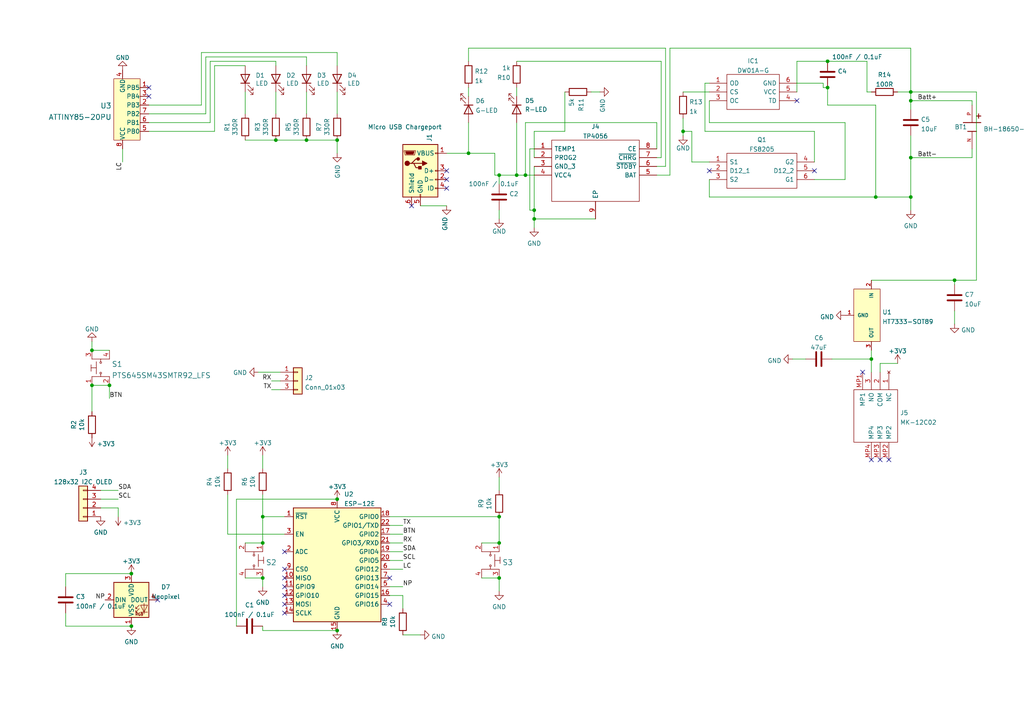
<source format=kicad_sch>
(kicad_sch (version 20211123) (generator eeschema)
  (paper "A4")
  (title_block (title "TopiBadge") (date "2022-02-12") (rev "v3.0") (comment 1 "Run of an cr2032") (comment 2 "creativecommons.org/licenses/by/4.0") (comment 3 "License: CC BY 4.0") (comment 4 "Author: Robert Postma"))
  (lib_symbols
    (symbol "BH-18650-PC:BH-18650-PC" (pin_names (offset 1.016) hide)
      (property "Reference" "BT" (at -3.81 3.81 0))
      (property "Value" "BH-18650-PC" (at -3.81 -5.08 0))
      (symbol "BH-18650-PC_0_0"
        (polyline (pts (xy -5.08 1.905) (xy -3.81 1.905)) (stroke (width 0.254)))
        (polyline (pts (xy -4.445 2.54) (xy -4.445 1.27)) (stroke (width 0.254)))
        (polyline (pts (xy -2.54 2.54) (xy -2.54 -2.54)) (stroke (width 0.254)))
        (polyline (pts (xy 0 1.27) (xy 0 -1.27)) (stroke (width 0.254)))
        (pin passive line (at 5.08 0 180) (length 5.08) (name "~") (number "N"))
        (pin passive line (at -7.62 0 0) (length 5.08) (name "~") (number "P"))
      )
    )
    (symbol "Connector:USB_B_Micro" (pin_names (offset 1.016))
      (property "Reference" "J" (at -5.08 11.43 0))
      (property "Value" "USB_B_Micro" (at -5.08 8.89 0))
      (symbol "USB_B_Micro_0_1"
        (rectangle (start -5.08 -7.62) (end 5.08 7.62) (stroke (width 0.254)) (fill (type background)))
        (circle (center -3.81 2.159) (radius 0.635) (stroke (width 0.254)) (fill (type outline)))
        (circle (center -0.635 3.429) (radius 0.381) (stroke (width 0.254)) (fill (type outline)))
        (rectangle (start -0.127 -7.62) (end 0.127 -6.858))
        (polyline (pts (xy -1.905 2.159) (xy 0.635 2.159)) (stroke (width 0.254)))
        (polyline (pts (xy -3.175 2.159) (xy -2.54 2.159) (xy -1.27 3.429) (xy -0.635 3.429)) (stroke (width 0.254)))
        (polyline (pts (xy -2.54 2.159) (xy -1.905 2.159) (xy -1.27 0.889) (xy 0 0.889)) (stroke (width 0.254)))
        (polyline (pts (xy 0.635 2.794) (xy 0.635 1.524) (xy 1.905 2.159) (xy 0.635 2.794)) (stroke (width 0.254)) (fill (type outline)))
        (polyline (pts (xy -4.318 5.588) (xy -1.778 5.588) (xy -2.032 4.826) (xy -4.064 4.826) (xy -4.318 5.588)) (fill (type outline)))
        (polyline (pts (xy -4.699 5.842) (xy -4.699 5.588) (xy -4.445 4.826) (xy -4.445 4.572) (xy -1.651 4.572) (xy -1.651 4.826) (xy -1.397 5.588) (xy -1.397 5.842) (xy -4.699 5.842)))
        (rectangle (start 0.254 1.27) (end -0.508 0.508) (stroke (width 0.254)) (fill (type outline)))
        (rectangle (start 5.08 -5.207) (end 4.318 -4.953))
        (rectangle (start 5.08 -2.667) (end 4.318 -2.413))
        (rectangle (start 5.08 -0.127) (end 4.318 0.127))
        (rectangle (start 5.08 4.953) (end 4.318 5.207))
      )
      (symbol "USB_B_Micro_1_1"
        (pin power_out line (at 7.62 5.08 180) (length 2.54) (name "VBUS") (number "1"))
        (pin bidirectional line (at 7.62 -2.54 180) (length 2.54) (name "D-") (number "2"))
        (pin bidirectional line (at 7.62 0 180) (length 2.54) (name "D+") (number "3"))
        (pin passive line (at 7.62 -5.08 180) (length 2.54) (name "ID") (number "4"))
        (pin power_out line (at 0 -10.16 90) (length 2.54) (name "GND") (number "5"))
        (pin passive line (at -2.54 -10.16 90) (length 2.54) (name "Shield") (number "6"))
      )
    )
    (symbol "Connector_Generic:Conn_01x03" (pin_names (offset 1.016) hide)
      (property "Reference" "J" (at 0 5.08 0))
      (property "Value" "Conn_01x03" (at 0 -5.08 0))
      (symbol "Conn_01x03_1_1"
        (rectangle (start -1.27 -2.413) (end 0 -2.667) (stroke (width 0.1524)))
        (rectangle (start -1.27 0.127) (end 0 -0.127) (stroke (width 0.1524)))
        (rectangle (start -1.27 2.667) (end 0 2.413) (stroke (width 0.1524)))
        (rectangle (start -1.27 3.81) (end 1.27 -3.81) (stroke (width 0.254)) (fill (type background)))
        (pin passive line (at -5.08 2.54 0) (length 3.81) (name "Pin_1") (number "1"))
        (pin passive line (at -5.08 0 0) (length 3.81) (name "Pin_2") (number "2"))
        (pin passive line (at -5.08 -2.54 0) (length 3.81) (name "Pin_3") (number "3"))
      )
    )
    (symbol "Connector_Generic:Conn_01x04" (pin_names (offset 1.016) hide)
      (property "Reference" "J" (at 0 5.08 0))
      (property "Value" "Conn_01x04" (at 0 -7.62 0))
      (symbol "Conn_01x04_1_1"
        (rectangle (start -1.27 -4.953) (end 0 -5.207) (stroke (width 0.1524)))
        (rectangle (start -1.27 -2.413) (end 0 -2.667) (stroke (width 0.1524)))
        (rectangle (start -1.27 0.127) (end 0 -0.127) (stroke (width 0.1524)))
        (rectangle (start -1.27 2.667) (end 0 2.413) (stroke (width 0.1524)))
        (rectangle (start -1.27 3.81) (end 1.27 -6.35) (stroke (width 0.254)) (fill (type background)))
        (pin passive line (at -5.08 2.54 0) (length 3.81) (name "Pin_1") (number "1"))
        (pin passive line (at -5.08 0 0) (length 3.81) (name "Pin_2") (number "2"))
        (pin passive line (at -5.08 -2.54 0) (length 3.81) (name "Pin_3") (number "3"))
        (pin passive line (at -5.08 -5.08 0) (length 3.81) (name "Pin_4") (number "4"))
      )
    )
    (symbol "DW01A-G:DW01A-G" (pin_names (offset 0.762))
      (property "Reference" "IC" (at 21.59 7.62 0))
      (property "Value" "DW01A-G" (at 21.59 5.08 0))
      (symbol "DW01A-G_0_0"
        (pin passive line (at 0 0 0) (length 5.08) (name "OD") (number "1"))
        (pin passive line (at 0 -2.54 0) (length 5.08) (name "CS") (number "2"))
        (pin passive line (at 0 -5.08 0) (length 5.08) (name "OC") (number "3"))
        (pin passive line (at 25.4 -5.08 180) (length 5.08) (name "TD") (number "4"))
        (pin passive line (at 25.4 -2.54 180) (length 5.08) (name "VCC") (number "5"))
        (pin passive line (at 25.4 0 180) (length 5.08) (name "GND") (number "6"))
      )
      (symbol "DW01A-G_0_1"
        (polyline (pts (xy 5.08 2.54) (xy 20.32 2.54) (xy 20.32 -7.62) (xy 5.08 -7.62) (xy 5.08 2.54)) (stroke (width 0.1524)))
      )
    )
    (symbol "Device:C" (pin_numbers hide) (pin_names (offset 0.254))
      (property "Reference" "C" (at 0.635 2.54 0))
      (property "Value" "C" (at 0.635 -2.54 0))
      (symbol "C_0_1"
        (polyline (pts (xy -2.032 -0.762) (xy 2.032 -0.762)) (stroke (width 0.508)))
        (polyline (pts (xy -2.032 0.762) (xy 2.032 0.762)) (stroke (width 0.508)))
      )
      (symbol "C_1_1"
        (pin passive line (at 0 3.81 270) (length 2.794) (name "~") (number "1"))
        (pin passive line (at 0 -3.81 90) (length 2.794) (name "~") (number "2"))
      )
    )
    (symbol "Device:LED" (pin_numbers hide) (pin_names (offset 1.016) hide)
      (property "Reference" "D" (at 0 2.54 0))
      (property "Value" "LED" (at 0 -2.54 0))
      (symbol "LED_0_1"
        (polyline (pts (xy -1.27 -1.27) (xy -1.27 1.27)) (stroke (width 0.254)))
        (polyline (pts (xy -1.27 0) (xy 1.27 0)))
        (polyline (pts (xy 1.27 -1.27) (xy 1.27 1.27) (xy -1.27 0) (xy 1.27 -1.27)) (stroke (width 0.254)))
        (polyline (pts (xy -3.048 -0.762) (xy -4.572 -2.286) (xy -3.81 -2.286) (xy -4.572 -2.286) (xy -4.572 -1.524)))
        (polyline (pts (xy -1.778 -0.762) (xy -3.302 -2.286) (xy -2.54 -2.286) (xy -3.302 -2.286) (xy -3.302 -1.524)))
      )
      (symbol "LED_1_1"
        (pin passive line (at -3.81 0 0) (length 2.54) (name "K") (number "1"))
        (pin passive line (at 3.81 0 180) (length 2.54) (name "A") (number "2"))
      )
    )
    (symbol "Device:R" (pin_numbers hide) (pin_names (offset 0))
      (property "Reference" "R" (at 2.032 0 90))
      (property "Value" "R" (at 0 0 90))
      (symbol "R_0_1"
        (rectangle (start -1.016 -2.54) (end 1.016 2.54) (stroke (width 0.254)))
      )
      (symbol "R_1_1"
        (pin passive line (at 0 3.81 270) (length 1.27) (name "~") (number "1"))
        (pin passive line (at 0 -3.81 90) (length 1.27) (name "~") (number "2"))
      )
    )
    (symbol "FS8205:FS8205" (pin_names (offset 0.762))
      (property "Reference" "Q" (at 26.67 7.62 0))
      (property "Value" "FS8205" (at 26.67 5.08 0))
      (symbol "FS8205_0_0"
        (pin passive line (at 0 0 0) (length 5.08) (name "S1") (number "1"))
        (pin passive line (at 0 -2.54 0) (length 5.08) (name "D12_1") (number "2"))
        (pin passive line (at 0 -5.08 0) (length 5.08) (name "S2") (number "3"))
        (pin passive line (at 30.48 0 180) (length 5.08) (name "G2") (number "4"))
        (pin passive line (at 30.48 -2.54 180) (length 5.08) (name "D12_2") (number "5"))
        (pin passive line (at 30.48 -5.08 180) (length 5.08) (name "G1") (number "6"))
      )
      (symbol "FS8205_0_1"
        (polyline (pts (xy 5.08 2.54) (xy 25.4 2.54) (xy 25.4 -7.62) (xy 5.08 -7.62) (xy 5.08 2.54)) (stroke (width 0.1524)))
      )
    )
    (symbol "LED:SK6812" (pin_names (offset 0.254))
      (property "Reference" "D" (at 5.08 5.715 0))
      (property "Value" "SK6812" (at 1.27 -5.715 0))
      (symbol "SK6812_0_0"
        (text "RGB" (at 2.286 -4.191 0) (effects (font (size 0.762 0.762))))
      )
      (symbol "SK6812_0_1"
        (polyline (pts (xy 1.27 -3.556) (xy 1.778 -3.556)))
        (polyline (pts (xy 1.27 -2.54) (xy 1.778 -2.54)))
        (polyline (pts (xy 4.699 -3.556) (xy 2.667 -3.556)))
        (polyline (pts (xy 2.286 -2.54) (xy 1.27 -3.556) (xy 1.27 -3.048)))
        (polyline (pts (xy 2.286 -1.524) (xy 1.27 -2.54) (xy 1.27 -2.032)))
        (polyline (pts (xy 3.683 -1.016) (xy 3.683 -3.556) (xy 3.683 -4.064)))
        (polyline (pts (xy 4.699 -1.524) (xy 2.667 -1.524) (xy 3.683 -3.556) (xy 4.699 -1.524)))
        (rectangle (start 5.08 5.08) (end -5.08 -5.08) (stroke (width 0.254)) (fill (type background)))
      )
      (symbol "SK6812_1_1"
        (pin power_in line (at 0 -7.62 90) (length 2.54) (name "VSS") (number "1"))
        (pin input line (at -7.62 0 0) (length 2.54) (name "DIN") (number "2"))
        (pin power_in line (at 0 7.62 270) (length 2.54) (name "VDD") (number "3"))
        (pin output line (at 7.62 0 180) (length 2.54) (name "DOUT") (number "4"))
      )
    )
    (symbol "MK-12C02:MK-12C02" (pin_names (offset 0.762))
      (property "Reference" "J" (at 21.59 7.62 0))
      (property "Value" "MK-12C02" (at 21.59 5.08 0))
      (symbol "MK-12C02_0_0"
        (pin no_connect line (at 0 0 0) (length 5.08) (name "NC") (number "1"))
        (pin passive line (at 0 -2.54 0) (length 5.08) (name "COM") (number "2"))
        (pin passive line (at 0 -5.08 0) (length 5.08) (name "NO") (number "3"))
        (pin passive line (at 0 -7.62 0) (length 5.08) (name "MP1") (number "MP1"))
        (pin passive line (at 25.4 0 180) (length 5.08) (name "MP2") (number "MP2"))
        (pin passive line (at 25.4 -2.54 180) (length 5.08) (name "MP3") (number "MP3"))
        (pin passive line (at 25.4 -5.08 180) (length 5.08) (name "MP4") (number "MP4"))
      )
      (symbol "MK-12C02_0_1"
        (polyline (pts (xy 5.08 2.54) (xy 20.32 2.54) (xy 20.32 -10.16) (xy 5.08 -10.16) (xy 5.08 2.54)) (stroke (width 0.1524)))
      )
    )
    (symbol "RF_Module:ESP-12E"
      (property "Reference" "U" (at -12.7 19.05 0))
      (property "Value" "ESP-12E" (at 12.7 19.05 0))
      (symbol "ESP-12E_0_1"
        (rectangle (start -12.7 17.78) (end 12.7 -15.24) (stroke (width 0.254)) (fill (type background)))
      )
      (symbol "ESP-12E_1_1"
        (pin input line (at -15.24 15.24 0) (length 2.54) (name "~{RST}") (number "1"))
        (pin bidirectional line (at -15.24 -2.54 0) (length 2.54) (name "MISO") (number "10"))
        (pin bidirectional line (at -15.24 -5.08 0) (length 2.54) (name "GPIO9") (number "11"))
        (pin bidirectional line (at -15.24 -7.62 0) (length 2.54) (name "GPIO10") (number "12"))
        (pin bidirectional line (at -15.24 -10.16 0) (length 2.54) (name "MOSI") (number "13"))
        (pin bidirectional line (at -15.24 -12.7 0) (length 2.54) (name "SCLK") (number "14"))
        (pin power_in line (at 0 -17.78 90) (length 2.54) (name "GND") (number "15"))
        (pin bidirectional line (at 15.24 -7.62 180) (length 2.54) (name "GPIO15") (number "16"))
        (pin bidirectional line (at 15.24 10.16 180) (length 2.54) (name "GPIO2") (number "17"))
        (pin bidirectional line (at 15.24 15.24 180) (length 2.54) (name "GPIO0") (number "18"))
        (pin bidirectional line (at 15.24 5.08 180) (length 2.54) (name "GPIO4") (number "19"))
        (pin input line (at -15.24 5.08 0) (length 2.54) (name "ADC") (number "2"))
        (pin bidirectional line (at 15.24 2.54 180) (length 2.54) (name "GPIO5") (number "20"))
        (pin bidirectional line (at 15.24 7.62 180) (length 2.54) (name "GPIO3/RXD") (number "21"))
        (pin bidirectional line (at 15.24 12.7 180) (length 2.54) (name "GPIO1/TXD") (number "22"))
        (pin input line (at -15.24 10.16 0) (length 2.54) (name "EN") (number "3"))
        (pin bidirectional line (at 15.24 -10.16 180) (length 2.54) (name "GPIO16") (number "4"))
        (pin bidirectional line (at 15.24 -5.08 180) (length 2.54) (name "GPIO14") (number "5"))
        (pin bidirectional line (at 15.24 0 180) (length 2.54) (name "GPIO12") (number "6"))
        (pin bidirectional line (at 15.24 -2.54 180) (length 2.54) (name "GPIO13") (number "7"))
        (pin power_in line (at 0 20.32 270) (length 2.54) (name "VCC") (number "8"))
        (pin input line (at -15.24 0 0) (length 2.54) (name "CS0") (number "9"))
      )
    )
    (symbol "TP4056:TP4056" (pin_names (offset 0.762))
      (property "Reference" "J" (at 31.75 7.62 0))
      (property "Value" "TP4056" (at 31.75 5.08 0))
      (symbol "TP4056_0_0"
        (pin passive line (at 0 0 0) (length 5.08) (name "TEMP1") (number "1"))
        (pin passive line (at 0 -2.54 0) (length 5.08) (name "PROG2") (number "2"))
        (pin passive line (at 0 -5.08 0) (length 5.08) (name "GND_3") (number "3"))
        (pin passive line (at 0 -7.62 0) (length 5.08) (name "VCC4") (number "4"))
        (pin passive line (at 35.56 -7.62 180) (length 5.08) (name "BAT") (number "5"))
        (pin passive line (at 35.56 -5.08 180) (length 5.08) (name "~{STDBY}") (number "6"))
        (pin passive line (at 35.56 -2.54 180) (length 5.08) (name "~{CHRG}") (number "7"))
        (pin passive line (at 35.56 0 180) (length 5.08) (name "CE") (number "8"))
        (pin passive line (at 17.78 -20.32 90) (length 5.08) (name "EP") (number "9"))
      )
      (symbol "TP4056_0_1"
        (polyline (pts (xy 5.08 2.54) (xy 30.48 2.54) (xy 30.48 -15.24) (xy 5.08 -15.24) (xy 5.08 2.54)) (stroke (width 0.1524)))
      )
    )
    (symbol "dk_Embedded-Microcontrollers:ATTINY85-20PU" (pin_names (offset 0.0254))
      (property "Reference" "U" (at -2.8448 8.636 0))
      (property "Value" "ATTINY85-20PU" (at 3.048 -11.43 0))
      (symbol "ATTINY85-20PU_0_1"
        (rectangle (start -2.54 7.62) (end 5.08 -10.16) (fill (type background)))
      )
      (symbol "ATTINY85-20PU_1_1"
        (pin bidirectional line (at -5.08 -7.62 0) (length 2.54) (name "PB5") (number "1"))
        (pin bidirectional line (at -5.08 -2.54 0) (length 2.54) (name "PB3") (number "2"))
        (pin bidirectional line (at -5.08 -5.08 0) (length 2.54) (name "PB4") (number "3"))
        (pin power_in line (at 2.54 -12.7 90) (length 2.54) (name "GND") (number "4"))
        (pin bidirectional line (at -5.08 5.08 0) (length 2.54) (name "PB0") (number "5"))
        (pin bidirectional line (at -5.08 2.54 0) (length 2.54) (name "PB1") (number "6"))
        (pin bidirectional line (at -5.08 0 0) (length 2.54) (name "PB2") (number "7"))
        (pin power_in line (at 2.54 10.16 270) (length 2.54) (name "VCC") (number "8"))
      )
    )
    (symbol "dk_Tactile-Switches:PTS645SM43SMTR92_LFS" (pin_names (offset 1.016))
      (property "Reference" "S" (at 0 5.08 0))
      (property "Value" "PTS645SM43SMTR92_LFS" (at 0 -5.334 0))
      (symbol "PTS645SM43SMTR92_LFS_0_1"
        (circle (center -1.524 0) (radius 0.254))
        (polyline (pts (xy -2.54 2.54) (xy -2.54 -2.54)))
        (polyline (pts (xy -1.778 0) (xy -2.54 0)))
        (polyline (pts (xy -1.778 1.27) (xy 1.778 1.27)))
        (polyline (pts (xy 2.54 -2.54) (xy 2.54 2.54)))
        (polyline (pts (xy 2.54 0) (xy 1.778 0)))
        (circle (center 1.524 0) (radius 0.254))
      )
      (symbol "PTS645SM43SMTR92_LFS_1_1"
        (polyline (pts (xy -1.016 2.794) (xy 0.889 2.794)))
        (polyline (pts (xy 0 2.794) (xy 0 1.27)))
        (pin passive line (at -5.08 2.54 0) (length 2.54) (name "~") (number "1"))
        (pin passive line (at -5.08 -2.54 0) (length 2.54) (name "~") (number "2"))
        (pin passive line (at 5.08 2.54 180) (length 2.54) (name "~") (number "3"))
        (pin passive line (at 5.08 -2.54 180) (length 2.54) (name "~") (number "4"))
      )
    )
    (symbol "eec:HT7333-SOT89" (pin_names (offset 1.016))
      (property "Reference" "U" (at 0 5.08 0))
      (property "Value" "HT7333-SOT89" (at 0 7.62 0))
      (symbol "HT7333-SOT89_1_1"
        (rectangle (start 2.54 2.54) (end 17.78 -5.08) (fill (type background)))
        (pin power_in line (at 10.16 -7.62 90) (length 2.54) (name "GND") (number "1"))
        (pin power_in line (at 0 0 0) (length 2.54) (name "IN") (number "2"))
        (pin power_in line (at 20.32 0 180) (length 2.54) (name "OUT") (number "3"))
      )
    )
    (symbol "power:+3.3V" (power) (pin_names (offset 0))
      (property "Value" "+3.3V" (at 0 3.556 0))
      (symbol "+3.3V_0_1"
        (polyline (pts (xy -0.762 1.27) (xy 0 2.54)))
        (polyline (pts (xy 0 0) (xy 0 2.54)))
        (polyline (pts (xy 0 2.54) (xy 0.762 1.27)))
      )
      (symbol "+3.3V_1_1"
        (pin power_in line (at 0 0 90) (length 0) hide (name "+3V3") (number "1"))
      )
    )
    (symbol "power:GND" (power) (pin_names (offset 0))
      (property "Value" "GND" (at 0 -3.81 0))
      (symbol "GND_0_1"
        (polyline (pts (xy 0 0) (xy 0 -1.27) (xy 1.27 -1.27) (xy 0 -2.54) (xy -1.27 -1.27) (xy 0 -1.27)))
      )
      (symbol "GND_1_1"
        (pin power_in line (at 0 0 270) (length 0) hide (name "GND") (number "1"))
      )
    )
  )
  (junction (at 144.78 167.64))
  (junction (at 97.79 40.64))
  (junction (at 135.89 44.45))
  (junction (at 240.03 17.78))
  (junction (at 38.1 166.37))
  (junction (at 76.2 149.86))
  (junction (at 38.1 181.61))
  (junction (at 198.12 38.1))
  (junction (at 97.79 182.88))
  (junction (at 276.86 81.28))
  (junction (at 264.16 26.67))
  (junction (at 264.16 45.72))
  (junction (at 154.94 60.96))
  (junction (at 144.78 157.48))
  (junction (at 144.78 149.86))
  (junction (at 264.16 57.15))
  (junction (at 154.94 63.5))
  (junction (at 88.9 40.64))
  (junction (at 252.73 104.14))
  (junction (at 31.75 111.76))
  (junction (at 97.79 144.78))
  (junction (at 144.78 50.8))
  (junction (at 152.4 50.8))
  (junction (at 26.67 111.76))
  (junction (at 80.01 40.64))
  (junction (at 264.16 29.21))
  (junction (at 76.2 167.64))
  (junction (at 149.86 50.8))
  (junction (at 26.67 101.6))
  (junction (at 240.03 25.4))
  (junction (at 76.2 157.48))
  (junction (at 254 57.15))
  (no_connect (at 250.19 107.95))
  (no_connect (at 252.73 133.35))
  (no_connect (at 257.81 133.35))
  (no_connect (at 255.27 133.35))
  (no_connect (at 113.03 175.26))
  (no_connect (at 119.38 59.69))
  (no_connect (at 129.54 54.61))
  (no_connect (at 236.22 49.53))
  (no_connect (at 205.74 49.53))
  (no_connect (at 231.14 29.21))
  (no_connect (at 82.55 177.8))
  (no_connect (at 113.03 167.64))
  (no_connect (at 82.55 160.02))
  (no_connect (at 82.55 165.1))
  (no_connect (at 82.55 167.64))
  (no_connect (at 82.55 170.18))
  (no_connect (at 82.55 172.72))
  (no_connect (at 82.55 175.26))
  (no_connect (at 45.72 173.99))
  (no_connect (at 129.54 52.07))
  (no_connect (at 129.54 49.53))
  (no_connect (at 43.18 25.4))
  (no_connect (at 43.18 27.94))
  (wire (pts (xy 241.3 104.14) (xy 252.73 104.14)))
  (wire (pts (xy 66.04 132.08) (xy 66.04 135.89)))
  (wire (pts (xy 82.55 154.94) (xy 66.04 154.94)))
  (wire (pts (xy 163.83 38.1) (xy 163.83 26.67)))
  (wire (pts (xy 281.94 29.21) (xy 281.94 30.48)))
  (wire (pts (xy 240.03 17.78) (xy 251.46 17.78)))
  (wire (pts (xy 198.12 34.29) (xy 198.12 38.1)))
  (wire (pts (xy 153.67 43.18) (xy 153.67 60.96)))
  (wire (pts (xy 58.42 30.48) (xy 58.42 15.24)))
  (wire (pts (xy 76.2 182.88) (xy 76.2 181.61)))
  (wire (pts (xy 193.04 13.97) (xy 193.04 48.26)))
  (wire (pts (xy 29.21 142.24) (xy 34.29 142.24)))
  (wire (pts (xy 113.03 165.1) (xy 116.84 165.1)))
  (wire (pts (xy 43.18 35.56) (xy 60.96 35.56)))
  (wire (pts (xy 97.79 182.88) (xy 76.2 182.88)))
  (wire (pts (xy 200.66 46.99) (xy 200.66 38.1)))
  (wire (pts (xy 60.96 17.78) (xy 80.01 17.78)))
  (wire (pts (xy 205.74 52.07) (xy 205.74 57.15)))
  (wire (pts (xy 260.35 26.67) (xy 264.16 26.67)))
  (wire (pts (xy 135.89 44.45) (xy 143.51 44.45)))
  (wire (pts (xy 236.22 52.07) (xy 245.11 52.07)))
  (wire (pts (xy 276.86 90.17) (xy 276.86 93.98)))
  (wire (pts (xy 251.46 26.67) (xy 252.73 26.67)))
  (wire (pts (xy 254 30.48) (xy 254 57.15)))
  (wire (pts (xy 255.27 105.41) (xy 260.35 105.41)))
  (wire (pts (xy 19.05 166.37) (xy 38.1 166.37)))
  (wire (pts (xy 149.86 50.8) (xy 152.4 50.8)))
  (wire (pts (xy 264.16 26.67) (xy 264.16 29.21)))
  (wire (pts (xy 264.16 57.15) (xy 264.16 60.96)))
  (wire (pts (xy 149.86 35.56) (xy 149.86 50.8)))
  (wire (pts (xy 144.78 50.8) (xy 144.78 53.34)))
  (wire (pts (xy 205.74 35.56) (xy 205.74 29.21)))
  (wire (pts (xy 252.73 104.14) (xy 252.73 107.95)))
  (wire (pts (xy 135.89 25.4) (xy 135.89 27.94)))
  (wire (pts (xy 191.77 17.78) (xy 191.77 45.72)))
  (wire (pts (xy 19.05 170.18) (xy 19.05 166.37)))
  (wire (pts (xy 264.16 39.37) (xy 264.16 45.72)))
  (wire (pts (xy 26.67 111.76) (xy 31.75 111.76)))
  (wire (pts (xy 171.45 26.67) (xy 173.99 26.67)))
  (wire (pts (xy 144.78 50.8) (xy 149.86 50.8)))
  (wire (pts (xy 149.86 17.78) (xy 191.77 17.78)))
  (wire (pts (xy 71.12 26.67) (xy 71.12 33.02)))
  (wire (pts (xy 153.67 60.96) (xy 154.94 60.96)))
  (wire (pts (xy 264.16 29.21) (xy 264.16 31.75)))
  (wire (pts (xy 26.67 111.76) (xy 26.67 119.38)))
  (wire (pts (xy 62.23 38.1) (xy 62.23 19.05)))
  (wire (pts (xy 194.31 50.8) (xy 194.31 13.97)))
  (wire (pts (xy 113.03 157.48) (xy 116.84 157.48)))
  (wire (pts (xy 149.86 25.4) (xy 149.86 27.94)))
  (wire (pts (xy 26.67 99.06) (xy 26.67 101.6)))
  (wire (pts (xy 251.46 17.78) (xy 251.46 26.67)))
  (wire (pts (xy 31.75 111.76) (xy 31.75 115.57)))
  (wire (pts (xy 231.14 17.78) (xy 231.14 26.67)))
  (wire (pts (xy 121.92 59.69) (xy 129.54 59.69)))
  (wire (pts (xy 236.22 46.99) (xy 236.22 38.1)))
  (wire (pts (xy 231.14 24.13) (xy 238.76 24.13)))
  (wire (pts (xy 74.93 107.95) (xy 81.28 107.95)))
  (wire (pts (xy 144.78 149.86) (xy 144.78 157.48)))
  (wire (pts (xy 154.94 43.18) (xy 153.67 43.18)))
  (wire (pts (xy 80.01 26.67) (xy 80.01 33.02)))
  (wire (pts (xy 76.2 143.51) (xy 76.2 149.86)))
  (wire (pts (xy 154.94 63.5) (xy 172.72 63.5)))
  (wire (pts (xy 198.12 26.67) (xy 205.74 26.67)))
  (wire (pts (xy 194.31 13.97) (xy 264.16 13.97)))
  (wire (pts (xy 19.05 177.8) (xy 19.05 181.61)))
  (wire (pts (xy 264.16 29.21) (xy 281.94 29.21)))
  (wire (pts (xy 205.74 57.15) (xy 254 57.15)))
  (wire (pts (xy 255.27 107.95) (xy 255.27 105.41)))
  (wire (pts (xy 59.69 33.02) (xy 59.69 16.51)))
  (wire (pts (xy 35.56 43.18) (xy 35.56 46.99)))
  (wire (pts (xy 139.7 167.64) (xy 144.78 167.64)))
  (wire (pts (xy 152.4 35.56) (xy 152.4 50.8)))
  (wire (pts (xy 78.74 113.03) (xy 81.28 113.03)))
  (wire (pts (xy 113.03 160.02) (xy 116.84 160.02)))
  (wire (pts (xy 264.16 45.72) (xy 281.94 45.72)))
  (wire (pts (xy 264.16 45.72) (xy 264.16 57.15)))
  (wire (pts (xy 88.9 33.02) (xy 88.9 26.67)))
  (wire (pts (xy 154.94 60.96) (xy 154.94 63.5)))
  (wire (pts (xy 238.76 25.4) (xy 240.03 25.4)))
  (wire (pts (xy 238.76 24.13) (xy 238.76 25.4)))
  (wire (pts (xy 281.94 43.18) (xy 281.94 45.72)))
  (wire (pts (xy 200.66 38.1) (xy 198.12 38.1)))
  (wire (pts (xy 76.2 132.08) (xy 76.2 135.89)))
  (wire (pts (xy 154.94 63.5) (xy 154.94 66.04)))
  (wire (pts (xy 76.2 149.86) (xy 82.55 149.86)))
  (wire (pts (xy 139.7 157.48) (xy 144.78 157.48)))
  (wire (pts (xy 205.74 46.99) (xy 200.66 46.99)))
  (wire (pts (xy 97.79 40.64) (xy 97.79 44.45)))
  (wire (pts (xy 76.2 167.64) (xy 76.2 170.18)))
  (wire (pts (xy 236.22 38.1) (xy 204.47 38.1)))
  (wire (pts (xy 113.03 172.72) (xy 116.84 172.72)))
  (wire (pts (xy 19.05 181.61) (xy 38.1 181.61)))
  (wire (pts (xy 283.21 26.67) (xy 283.21 81.28)))
  (wire (pts (xy 240.03 30.48) (xy 254 30.48)))
  (wire (pts (xy 97.79 15.24) (xy 97.79 19.05)))
  (wire (pts (xy 113.03 149.86) (xy 144.78 149.86)))
  (wire (pts (xy 198.12 38.1) (xy 198.12 39.37)))
  (wire (pts (xy 29.21 147.32) (xy 34.29 147.32)))
  (wire (pts (xy 190.5 50.8) (xy 194.31 50.8)))
  (wire (pts (xy 276.86 81.28) (xy 276.86 82.55)))
  (wire (pts (xy 144.78 138.43) (xy 144.78 142.24)))
  (wire (pts (xy 154.94 38.1) (xy 154.94 45.72)))
  (wire (pts (xy 80.01 17.78) (xy 80.01 19.05)))
  (wire (pts (xy 60.96 35.56) (xy 60.96 17.78)))
  (wire (pts (xy 231.14 17.78) (xy 240.03 17.78)))
  (wire (pts (xy 116.84 172.72) (xy 116.84 176.53)))
  (wire (pts (xy 26.67 101.6) (xy 31.75 101.6)))
  (wire (pts (xy 143.51 44.45) (xy 143.51 50.8)))
  (wire (pts (xy 76.2 149.86) (xy 76.2 157.48)))
  (wire (pts (xy 143.51 50.8) (xy 144.78 50.8)))
  (wire (pts (xy 135.89 35.56) (xy 135.89 44.45)))
  (wire (pts (xy 193.04 48.26) (xy 190.5 48.26)))
  (wire (pts (xy 204.47 38.1) (xy 204.47 24.13)))
  (wire (pts (xy 252.73 101.6) (xy 252.73 104.14)))
  (wire (pts (xy 191.77 45.72) (xy 190.5 45.72)))
  (wire (pts (xy 43.18 30.48) (xy 58.42 30.48)))
  (wire (pts (xy 245.11 52.07) (xy 245.11 35.56)))
  (wire (pts (xy 71.12 167.64) (xy 76.2 167.64)))
  (wire (pts (xy 97.79 144.78) (xy 68.58 144.78)))
  (wire (pts (xy 154.94 48.26) (xy 154.94 60.96)))
  (wire (pts (xy 135.89 13.97) (xy 193.04 13.97)))
  (wire (pts (xy 113.03 154.94) (xy 116.84 154.94)))
  (wire (pts (xy 154.94 38.1) (xy 163.83 38.1)))
  (wire (pts (xy 78.74 110.49) (xy 81.28 110.49)))
  (wire (pts (xy 204.47 24.13) (xy 205.74 24.13)))
  (wire (pts (xy 152.4 50.8) (xy 154.94 50.8)))
  (wire (pts (xy 71.12 40.64) (xy 80.01 40.64)))
  (wire (pts (xy 34.29 147.32) (xy 34.29 149.86)))
  (wire (pts (xy 116.84 184.15) (xy 121.92 184.15)))
  (wire (pts (xy 59.69 16.51) (xy 88.9 16.51)))
  (wire (pts (xy 240.03 25.4) (xy 240.03 30.48)))
  (wire (pts (xy 190.5 35.56) (xy 152.4 35.56)))
  (wire (pts (xy 97.79 33.02) (xy 97.79 26.67)))
  (wire (pts (xy 66.04 154.94) (xy 66.04 143.51)))
  (wire (pts (xy 43.18 38.1) (xy 62.23 38.1)))
  (wire (pts (xy 264.16 13.97) (xy 264.16 26.67)))
  (wire (pts (xy 135.89 17.78) (xy 135.89 13.97)))
  (wire (pts (xy 229.87 104.14) (xy 233.68 104.14)))
  (wire (pts (xy 144.78 167.64) (xy 144.78 171.45)))
  (wire (pts (xy 245.11 35.56) (xy 205.74 35.56)))
  (wire (pts (xy 88.9 40.64) (xy 97.79 40.64)))
  (wire (pts (xy 276.86 81.28) (xy 252.73 81.28)))
  (wire (pts (xy 129.54 44.45) (xy 135.89 44.45)))
  (wire (pts (xy 113.03 170.18) (xy 116.84 170.18)))
  (wire (pts (xy 113.03 152.4) (xy 116.84 152.4)))
  (wire (pts (xy 190.5 43.18) (xy 190.5 35.56)))
  (wire (pts (xy 113.03 162.56) (xy 116.84 162.56)))
  (wire (pts (xy 80.01 40.64) (xy 88.9 40.64)))
  (wire (pts (xy 43.18 33.02) (xy 59.69 33.02)))
  (wire (pts (xy 88.9 16.51) (xy 88.9 19.05)))
  (wire (pts (xy 264.16 26.67) (xy 283.21 26.67)))
  (wire (pts (xy 68.58 144.78) (xy 68.58 181.61)))
  (wire (pts (xy 283.21 81.28) (xy 276.86 81.28)))
  (wire (pts (xy 144.78 60.96) (xy 144.78 63.5)))
  (wire (pts (xy 254 57.15) (xy 264.16 57.15)))
  (wire (pts (xy 71.12 157.48) (xy 76.2 157.48)))
  (wire (pts (xy 58.42 15.24) (xy 97.79 15.24)))
  (wire (pts (xy 29.21 144.78) (xy 34.29 144.78)))
  (wire (pts (xy 62.23 19.05) (xy 71.12 19.05)))
  (label "SDA" (at 34.29 142.24 0))
  (label "RX" (at 116.84 157.48 0))
  (label "BTN" (at 116.84 154.94 0))
  (label "BTN" (at 31.75 115.57 0))
  (label "SCL" (at 116.84 162.56 0))
  (label "Batt-" (at 271.78 45.72 180))
  (label "TX" (at 78.74 113.03 180))
  (label "SCL" (at 34.29 144.78 0))
  (label "LC" (at 116.84 165.1 0))
  (label "NP" (at 30.48 173.99 180))
  (label "Batt+" (at 271.78 29.21 180))
  (label "SDA" (at 116.84 160.02 0))
  (label "TX" (at 116.84 152.4 0))
  (label "LC" (at 35.56 46.99 270))
  (label "NP" (at 116.84 170.18 0))
  (label "RX" (at 78.74 110.49 180))
  (symbol (lib_id "Device:LED") (at 71.12 22.86 90) (unit 1)
    (property "Reference" "D1" (at 74.1172 21.8694 90) (effects (justify right)))
    (property "Value" "LED" (at 74.1172 24.1808 90) (effects (justify right)))
    (property "Footprint" "LED_SMD:LED_0805_2012Metric_Pad1.15x1.40mm_HandSolder" (effects hide))
  )
  (symbol (lib_id "Device:LED") (at 80.01 22.86 90) (unit 1)
    (property "Reference" "D2" (at 83.0072 21.8694 90) (effects (justify right)))
    (property "Value" "LED" (at 83.0072 24.1808 90) (effects (justify right)))
    (property "Footprint" "LED_SMD:LED_0805_2012Metric_Pad1.15x1.40mm_HandSolder" (effects hide))
  )
  (symbol (lib_id "Device:LED") (at 88.9 22.86 90) (unit 1)
    (property "Reference" "D3" (at 91.8972 21.8694 90) (effects (justify right)))
    (property "Value" "LED" (at 91.8972 24.1808 90) (effects (justify right)))
    (property "Footprint" "LED_SMD:LED_0805_2012Metric_Pad1.15x1.40mm_HandSolder" (effects hide))
  )
  (symbol (lib_id "Device:LED") (at 97.79 22.86 90) (unit 1)
    (property "Reference" "D4" (at 100.7872 21.8694 90) (effects (justify right)))
    (property "Value" "LED" (at 100.7872 24.1808 90) (effects (justify right)))
    (property "Footprint" "LED_SMD:LED_0805_2012Metric_Pad1.15x1.40mm_HandSolder" (effects hide))
  )
  (symbol (lib_id "Device:R") (at 71.12 36.83 0) (unit 1)
    (property "Reference" "R1" (at 65.8622 36.83 90))
    (property "Value" "330R" (at 68.1736 36.83 90))
    (property "Footprint" "Resistor_SMD:R_0805_2012Metric_Pad1.20x1.40mm_HandSolder" (effects hide))
  )
  (symbol (lib_id "Device:R") (at 80.01 36.83 0) (unit 1)
    (property "Reference" "R3" (at 74.7522 36.83 90))
    (property "Value" "330R" (at 77.0636 36.83 90))
    (property "Footprint" "Resistor_SMD:R_0805_2012Metric_Pad1.20x1.40mm_HandSolder" (effects hide))
  )
  (symbol (lib_id "Device:R") (at 88.9 36.83 0) (unit 1)
    (property "Reference" "R5" (at 83.6422 36.83 90))
    (property "Value" "330R" (at 85.9536 36.83 90))
    (property "Footprint" "Resistor_SMD:R_0805_2012Metric_Pad1.20x1.40mm_HandSolder" (effects hide))
  )
  (symbol (lib_id "Device:R") (at 97.79 36.83 0) (unit 1)
    (property "Reference" "R7" (at 92.5322 36.83 90))
    (property "Value" "330R" (at 94.8436 36.83 90))
    (property "Footprint" "Resistor_SMD:R_0805_2012Metric_Pad1.20x1.40mm_HandSolder" (effects hide))
  )
  (symbol (lib_id "power:GND") (at 97.79 44.45 0) (unit 1)
    (property "Reference" "#PWR07" (effects hide))
    (property "Value" "GND" (at 97.917 47.7012 90) (effects (justify right)))
  )
  (symbol (lib_id "Connector:USB_B_Micro") (at 121.92 49.53 0) (unit 1)
    (property "Reference" "J1" (at 124.5362 41.148 90) (effects (justify left)))
    (property "Value" "Micro USB Chargeport" (at 106.68 36.83 0) (effects (justify left)))
    (property "Footprint" "digikey-footprints:USB_Micro_B_Female_10118194-0001LF" (effects hide))
  )
  (symbol (lib_id "power:GND") (at 245.11 91.44 270) (unit 1)
    (property "Reference" "#PWR027" (effects hide))
    (property "Value" "GND" (at 241.9351 91.919 90) (effects (justify right)))
  )
  (symbol (lib_id "power:+3.3V") (at 66.04 132.08 0) (unit 1)
    (property "Reference" "#PWR06" (effects hide))
    (property "Value" "+3.3V" (at 66.04 128.4755 0))
  )
  (symbol (lib_id "power:+3.3V") (at 97.79 144.78 0) (unit 1)
    (property "Reference" "#PWR011" (effects hide))
    (property "Value" "+3.3V" (at 97.79 141.1755 0))
  )
  (symbol (lib_id "Device:C") (at 276.86 86.36 180) (unit 1)
    (property "Reference" "C7" (at 279.781 85.4515 0) (effects (justify right)))
    (property "Value" "10uF" (at 279.781 88.2266 0) (effects (justify right)))
    (property "Footprint" "Capacitor_SMD:C_0805_2012Metric_Pad1.18x1.45mm_HandSolder" (effects hide))
  )
  (symbol (lib_id "Device:R") (at 26.67 123.19 0) (unit 1)
    (property "Reference" "R2" (at 21.4122 123.19 90))
    (property "Value" "10k" (at 23.7236 123.19 90))
    (property "Footprint" "Resistor_SMD:R_0805_2012Metric_Pad1.20x1.40mm_HandSolder" (effects hide))
  )
  (symbol (lib_id "power:GND") (at 38.1 181.61 0) (unit 1)
    (property "Reference" "#PWR023" (effects hide))
    (property "Value" "GND" (at 38.1 186.1725 0))
  )
  (symbol (lib_id "Device:R") (at 135.89 21.59 0) (unit 1)
    (property "Reference" "R12" (at 137.668 20.6815 0) (effects (justify left)))
    (property "Value" "1k" (at 137.668 23.4566 0) (effects (justify left)))
    (property "Footprint" "Resistor_SMD:R_0805_2012Metric_Pad1.20x1.40mm_HandSolder" (effects hide))
  )
  (symbol (lib_id "power:+3.3V") (at 34.29 149.86 180) (unit 1)
    (property "Reference" "#PWR03" (effects hide))
    (property "Value" "+3.3V" (at 35.687 151.609 0) (effects (justify right)))
  )
  (symbol (lib_id "Device:R") (at 256.54 26.67 270) (unit 1)
    (property "Reference" "R14" (at 256.54 21.6875 90))
    (property "Value" "100R" (at 256.54 24.4626 90))
    (property "Footprint" "Resistor_SMD:R_0805_2012Metric_Pad1.20x1.40mm_HandSolder" (effects hide))
  )
  (symbol (lib_id "power:+3.3V") (at 26.67 127 180) (unit 1)
    (property "Reference" "#PWR01" (effects hide))
    (property "Value" "+3.3V" (at 28.067 128.749 0) (effects (justify right)))
  )
  (symbol (lib_id "BH-18650-PC:BH-18650-PC") (at 281.94 38.1 270) (unit 1)
    (property "Reference" "BT1" (at 276.86 36.83 90) (effects (justify left)))
    (property "Value" "BH-18650-PC" (at 285.242 37.4266 90) (effects (justify left)))
    (property "Footprint" "user-footprints:BAT_BH-18650-PC" (effects hide))
    (property "MANUFACTURER" "MPD" (effects hide))
    (property "PARTREV" "05/17/19" (effects hide))
    (property "STANDARD" "Manufacturer Recommendation" (effects hide))
    (property "MAXIMUM_PACKAGE_HEIGHT" "21.31mm" (effects hide))
  )
  (symbol (lib_id "eec:HT7333-SOT89") (at 252.73 81.28 270) (unit 1)
    (property "Reference" "U1" (at 255.905 90.5315 90) (effects (justify left)))
    (property "Value" "HT7333-SOT89" (at 255.905 93.3066 90) (effects (justify left)))
    (property "Footprint" "Custom:Holtek-HT7333-SOT89-Level_A" (effects hide))
    (property "Code  IPC" "SOT89" (effects hide))
    (property "Datasheet Version" "Rev1.4, Jan-2006" (effects hide))
    (property "Package Description" "3-Pin SOT-89 Package 1.5 mm Pitch, 4.1 mm Lead Span" (effects hide))
    (property "Package Version" "May-2010" (effects hide))
    (property "category" "IC" (effects hide))
    (property "ciiva ids" "21175933" (effects hide))
    (property "library id" "1b11600c4ccb58f1" (effects hide))
    (property "manufacturer" "Holtek" (effects hide))
    (property "package" "SOT89" (effects hide))
    (property "release date" "1305246795" (effects hide))
    (property "vault revision" "F8293DF1-D866-4B63-AB46-895FB8D7549D" (effects hide))
    (property "imported" "yes" (effects hide))
  )
  (symbol (lib_id "power:GND") (at 276.86 93.98 0) (unit 1)
    (property "Reference" "#PWR015" (effects hide))
    (property "Value" "GND" (at 278.765 95.729 0) (effects (justify left)))
  )
  (symbol (lib_id "power:GND") (at 29.21 149.86 0) (unit 1)
    (property "Reference" "#PWR010" (effects hide))
    (property "Value" "GND" (at 29.21 154.4225 0))
  )
  (symbol (lib_id "dk_Embedded-Microcontrollers:ATTINY85-20PU") (at 38.1 33.02 180) (unit 1)
    (property "Reference" "U3" (at 32.385 30.6853 0) (effects (font (size 1.524 1.524)) (justify left)))
    (property "Value" "ATTINY85-20PU" (at 32.385 33.9643 0) (effects (font (size 1.524 1.524)) (justify left)))
    (property "Footprint" "digikey-footprints:DIP-8_W7.62mm" (effects hide))
    (property "Datasheet" "http://www.microchip.com/mymicrochip/filehandler.aspx?ddocname=en589894" (effects hide))
    (property "Digi-Key_PN" "ATTINY85-20PU-ND" (effects hide))
    (property "MPN" "ATTINY85-20PU" (effects hide))
    (property "Category" "Integrated Circuits (ICs)" (effects hide))
    (property "Family" "Embedded - Microcontrollers" (effects hide))
    (property "DK_Datasheet_Link" "http://www.microchip.com/mymicrochip/filehandler.aspx?ddocname=en589894" (effects hide))
    (property "DK_Detail_Page" "/product-detail/en/microchip-technology/ATTINY85-20PU/ATTINY85-20PU-ND/735469" (effects hide))
    (property "Description" "IC MCU 8BIT 8KB FLASH 8DIP" (effects hide))
    (property "Manufacturer" "Microchip Technology" (effects hide))
    (property "Status" "Active" (effects hide))
  )
  (symbol (lib_id "power:GND") (at 97.79 182.88 0) (unit 1)
    (property "Reference" "#PWR013" (effects hide))
    (property "Value" "GND" (at 97.79 187.4425 0))
  )
  (symbol (lib_id "power:GND") (at 74.93 107.95 270) (unit 1)
    (property "Reference" "#PWR02" (effects hide))
    (property "Value" "GND" (at 71.6788 108.077 90) (effects (justify right)))
  )
  (symbol (lib_id "Connector_Generic:Conn_01x04") (at 24.13 147.32 180) (unit 1)
    (property "Reference" "J3" (at 24.13 137.0035 0))
    (property "Value" "128x32 I2C OLED" (at 24.13 139.7786 0))
    (property "Footprint" "Connector_PinSocket_2.54mm:PinSocket_1x04_P2.54mm_Vertical" (effects hide))
  )
  (symbol (lib_id "power:GND") (at 76.2 170.18 0) (unit 1)
    (property "Reference" "#PWR09" (effects hide))
    (property "Value" "GND" (at 76.2 174.7425 0))
  )
  (symbol (lib_id "Device:R") (at 167.64 26.67 270) (unit 1)
    (property "Reference" "R11" (at 168.5485 28.448 0) (effects (justify left)))
    (property "Value" "5k" (at 165.7734 28.448 0) (effects (justify left)))
    (property "Footprint" "Resistor_SMD:R_0805_2012Metric_Pad1.20x1.40mm_HandSolder" (effects hide))
  )
  (symbol (lib_id "Device:C") (at 237.49 104.14 90) (unit 1)
    (property "Reference" "C6" (at 237.49 98.0145 90))
    (property "Value" "47uF" (at 237.49 100.7896 90))
    (property "Footprint" "Capacitor_SMD:C_0805_2012Metric_Pad1.18x1.45mm_HandSolder" (effects hide))
  )
  (symbol (lib_id "Device:R") (at 149.86 21.59 180) (unit 1)
    (property "Reference" "R10" (at 148.082 22.4985 0) (effects (justify left)))
    (property "Value" "1k" (at 148.082 19.7234 0) (effects (justify left)))
    (property "Footprint" "Resistor_SMD:R_0805_2012Metric_Pad1.20x1.40mm_HandSolder" (effects hide))
  )
  (symbol (lib_id "Connector_Generic:Conn_01x03") (at 86.36 110.49 0) (unit 1)
    (property "Reference" "J2" (at 88.392 109.5815 0) (effects (justify left)))
    (property "Value" "Conn_01x03" (at 88.392 112.3566 0) (effects (justify left)))
    (property "Footprint" "Connector_PinSocket_2.54mm:PinSocket_1x03_P2.54mm_Horizontal" (effects hide))
  )
  (symbol (lib_id "Device:R") (at 144.78 146.05 0) (unit 1)
    (property "Reference" "R9" (at 139.5222 146.05 90))
    (property "Value" "10k" (at 141.8336 146.05 90))
    (property "Footprint" "Resistor_SMD:R_0805_2012Metric_Pad1.20x1.40mm_HandSolder" (effects hide))
  )
  (symbol (lib_id "Device:R") (at 66.04 139.7 0) (unit 1)
    (property "Reference" "R4" (at 60.7822 139.7 90))
    (property "Value" "10k" (at 63.0936 139.7 90))
    (property "Footprint" "Resistor_SMD:R_0805_2012Metric_Pad1.20x1.40mm_HandSolder" (effects hide))
  )
  (symbol (lib_id "DW01A-G:DW01A-G") (at 205.74 24.13 0) (unit 1)
    (property "Reference" "IC1" (at 218.44 17.6743 0))
    (property "Value" "DW01A-G" (at 218.44 20.4494 0))
    (property "Footprint" "user-footprints:SOT95P280X135-6N" (effects hide))
    (property "Datasheet" "http://acoptex.com/uploads/DW01A.pdf" (effects hide))
    (property "Description" "One Cell Lithium-ion/Polymer Battery Protection IC" (effects hide))
    (property "Height" "1.35" (effects hide))
    (property "Manufacturer_Name" "Fortune Semiconductor Corporation" (effects hide))
    (property "Manufacturer_Part_Number" "DW01A-G" (effects hide))
  )
  (symbol (lib_id "power:+3.3V") (at 144.78 138.43 0) (unit 1)
    (property "Reference" "#PWR016" (effects hide))
    (property "Value" "+3.3V" (at 144.78 134.8255 0))
  )
  (symbol (lib_id "power:GND") (at 144.78 63.5 0) (unit 1)
    (property "Reference" "#PWR017" (effects hide))
    (property "Value" "GND" (at 144.78 67.1045 0))
  )
  (symbol (lib_id "power:GND") (at 129.54 59.69 0) (unit 1)
    (property "Reference" "#PWR018" (effects hide))
    (property "Value" "GND" (at 129.061 62.865 90) (effects (justify right)))
  )
  (symbol (lib_id "FS8205:FS8205") (at 205.74 46.99 0) (unit 1)
    (property "Reference" "Q1" (at 220.98 40.5343 0))
    (property "Value" "FS8205" (at 220.98 43.3094 0))
    (property "Footprint" "user-footprints:FS8205" (effects hide))
    (property "Datasheet" "https://www.ic-fortune.com/upload/Download/FS8205-DS-19_EN.pdf" (effects hide))
    (property "Description" "DUAL N-CHANNEL ENHANCEMENT MODE POWER MOFSET" (effects hide))
    (property "Height" "1" (effects hide))
    (property "Manufacturer_Name" "Fortune Semiconductor Corporation" (effects hide))
    (property "Manufacturer_Part_Number" "FS8205" (effects hide))
  )
  (symbol (lib_id "dk_Tactile-Switches:PTS645SM43SMTR92_LFS") (at 142.24 162.56 270) (unit 1)
    (property "Reference" "S3" (at 145.669 163.1348 90) (effects (font (size 1.524 1.524)) (justify left)))
    (property "Value" "PTS645SM43SMTR92_LFS" (effects hide))
    (property "Footprint" "digikey-footprints:Switch_Tactile_SMD_6x6mm_PTS645" (effects hide))
    (property "Datasheet" "https://www.ckswitches.com/media/1471/pts645.pdf" (effects hide))
    (property "Digi-Key_PN" "CKN9112CT-ND" (effects hide))
    (property "MPN" "PTS645SM43SMTR92 LFS" (effects hide))
    (property "Category" "Switches" (effects hide))
    (property "Family" "Tactile Switches" (effects hide))
    (property "DK_Datasheet_Link" "https://www.ckswitches.com/media/1471/pts645.pdf" (effects hide))
    (property "DK_Detail_Page" "/product-detail/en/c-k/PTS645SM43SMTR92-LFS/CKN9112CT-ND/1146934" (effects hide))
    (property "Description" "SWITCH TACTILE SPST-NO 0.05A 12V" (effects hide))
    (property "Manufacturer" "C&K" (effects hide))
    (property "Status" "Active" (effects hide))
  )
  (symbol (lib_id "dk_Tactile-Switches:PTS645SM43SMTR92_LFS") (at 73.66 162.56 270) (unit 1)
    (property "Reference" "S2" (at 77.089 163.1348 90) (effects (font (size 1.524 1.524)) (justify left)))
    (property "Value" "PTS645SM43SMTR92_LFS" (effects hide))
    (property "Footprint" "digikey-footprints:Switch_Tactile_SMD_6x6mm_PTS645" (effects hide))
    (property "Datasheet" "https://www.ckswitches.com/media/1471/pts645.pdf" (effects hide))
    (property "Digi-Key_PN" "CKN9112CT-ND" (effects hide))
    (property "MPN" "PTS645SM43SMTR92 LFS" (effects hide))
    (property "Category" "Switches" (effects hide))
    (property "Family" "Tactile Switches" (effects hide))
    (property "DK_Datasheet_Link" "https://www.ckswitches.com/media/1471/pts645.pdf" (effects hide))
    (property "DK_Detail_Page" "/product-detail/en/c-k/PTS645SM43SMTR92-LFS/CKN9112CT-ND/1146934" (effects hide))
    (property "Description" "SWITCH TACTILE SPST-NO 0.05A 12V" (effects hide))
    (property "Manufacturer" "C&K" (effects hide))
    (property "Status" "Active" (effects hide))
  )
  (symbol (lib_id "power:GND") (at 229.87 104.14 270) (unit 1)
    (property "Reference" "#PWR014" (effects hide))
    (property "Value" "GND" (at 226.6951 104.619 90) (effects (justify right)))
  )
  (symbol (lib_id "power:GND") (at 264.16 60.96 0) (unit 1)
    (property "Reference" "#PWR0102" (effects hide))
    (property "Value" "GND" (at 264.16 65.5225 0))
  )
  (symbol (lib_id "Device:R") (at 116.84 180.34 0) (unit 1)
    (property "Reference" "R8" (at 111.5822 180.34 90))
    (property "Value" "10k" (at 113.8936 180.34 90))
    (property "Footprint" "Resistor_SMD:R_0805_2012Metric_Pad1.20x1.40mm_HandSolder" (effects hide))
  )
  (symbol (lib_id "power:GND") (at 121.92 184.15 90) (unit 1)
    (property "Reference" "#PWR012" (effects hide))
    (property "Value" "GND" (at 125.095 184.629 90) (effects (justify right)))
  )
  (symbol (lib_id "LED:SK6812") (at 38.1 173.99 0) (unit 1)
    (property "Reference" "D7" (at 48.0733 170.2648 0))
    (property "Value" "Neopixel" (at 48.0733 173.0399 0))
    (property "Footprint" "user-footprints:LED_SK6812_PLCC4_5.0x5.0mm_P3.2mm_mirror" (effects hide))
    (property "Datasheet" "https://cdn-shop.adafruit.com/product-files/1138/SK6812+LED+datasheet+.pdf" (effects hide))
  )
  (symbol (lib_id "power:GND") (at 35.56 20.32 180) (unit 1)
    (property "Reference" "#PWR029" (effects hide))
    (property "Value" "GND" (at 35.56 16.7155 0))
  )
  (symbol (lib_id "power:+3.3V") (at 260.35 105.41 0) (unit 1)
    (property "Reference" "#PWR028" (effects hide))
    (property "Value" "+3.3V" (at 260.35 101.8055 0))
  )
  (symbol (lib_id "power:GND") (at 154.94 66.04 0) (unit 1)
    (property "Reference" "#PWR020" (effects hide))
    (property "Value" "GND" (at 154.94 70.6025 0))
  )
  (symbol (lib_id "power:GND") (at 173.99 26.67 90) (unit 1)
    (property "Reference" "#PWR021" (effects hide))
    (property "Value" "GND" (at 174.781 28.575 0) (effects (justify right)))
  )
  (symbol (lib_id "Device:C") (at 144.78 57.15 180) (unit 1)
    (property "Reference" "C2" (at 147.701 56.2415 0) (effects (justify right)))
    (property "Value" "100nF / 0.1uF" (at 135.89 53.34 0) (effects (justify right)))
    (property "Footprint" "Capacitor_SMD:C_0805_2012Metric_Pad1.18x1.45mm_HandSolder" (effects hide))
  )
  (symbol (lib_id "power:GND") (at 198.12 39.37 0) (unit 1)
    (property "Reference" "#PWR0103" (effects hide))
    (property "Value" "GND" (at 198.12 42.9745 0))
  )
  (symbol (lib_id "Device:C") (at 19.05 173.99 180) (unit 1)
    (property "Reference" "C3" (at 21.971 173.0815 0) (effects (justify right)))
    (property "Value" "100nF / 0.1uF" (at 21.971 175.8566 0) (effects (justify right)))
    (property "Footprint" "Capacitor_SMD:C_0805_2012Metric_Pad1.18x1.45mm_HandSolder" (effects hide))
  )
  (symbol (lib_id "TP4056:TP4056") (at 154.94 43.18 0) (unit 1)
    (property "Reference" "J4" (at 172.72 36.7243 0))
    (property "Value" "TP4056" (at 172.72 39.4994 0))
    (property "Footprint" "Custom:SOIC127P600X175-9N" (effects hide))
    (property "Datasheet" "https://dlnmh9ip6v2uc.cloudfront.net/datasheets/Prototyping/TP4056.pdf" (effects hide))
    (property "Description" "1A Standalone Linear Li-lon Battery Charger, SOP-8" (effects hide))
    (property "Height" "1.75" (effects hide))
    (property "Manufacturer_Name" "NanJing Top Power" (effects hide))
    (property "Manufacturer_Part_Number" "TP4056" (effects hide))
  )
  (symbol (lib_id "Device:C") (at 72.39 181.61 90) (unit 1)
    (property "Reference" "C1" (at 72.39 175.4845 90))
    (property "Value" "100nF / 0.1uF" (at 72.39 178.2596 90))
    (property "Footprint" "Capacitor_SMD:C_0805_2012Metric_Pad1.18x1.45mm_HandSolder" (effects hide))
  )
  (symbol (lib_id "Device:R") (at 76.2 139.7 0) (unit 1)
    (property "Reference" "R6" (at 70.9422 139.7 90))
    (property "Value" "10k" (at 73.2536 139.7 90))
    (property "Footprint" "Resistor_SMD:R_0805_2012Metric_Pad1.20x1.40mm_HandSolder" (effects hide))
  )
  (symbol (lib_id "power:GND") (at 26.67 99.06 180) (unit 1)
    (property "Reference" "#PWR05" (effects hide))
    (property "Value" "GND" (at 26.67 95.4555 0))
  )
  (symbol (lib_id "Device:C") (at 264.16 35.56 0) (unit 1)
    (property "Reference" "C5" (at 267.081 34.6515 0) (effects (justify left)))
    (property "Value" "10uF" (at 267.081 37.4266 0) (effects (justify left)))
    (property "Footprint" "Capacitor_SMD:C_0805_2012Metric_Pad1.18x1.45mm_HandSolder" (effects hide))
  )
  (symbol (lib_id "Device:LED") (at 135.89 31.75 270) (unit 1)
    (property "Reference" "D6" (at 137.922 29.254 90) (effects (justify left)))
    (property "Value" "G-LED" (at 137.922 32.0291 90) (effects (justify left)))
    (property "Footprint" "LED_SMD:LED_0805_2012Metric_Pad1.15x1.40mm_HandSolder" (effects hide))
  )
  (symbol (lib_id "RF_Module:ESP-12E") (at 97.79 165.1 0) (unit 1)
    (property "Reference" "U2" (at 99.8094 143.3535 0) (effects (justify left)))
    (property "Value" "ESP-12E" (at 99.8094 146.1286 0) (effects (justify left)))
    (property "Footprint" "RF_Module:ESP-12E" (effects hide))
    (property "Datasheet" "http://wiki.ai-thinker.com/_media/esp8266/esp8266_series_modules_user_manual_v1.1.pdf" (effects hide))
  )
  (symbol (lib_id "MK-12C02:MK-12C02") (at 257.81 107.95 270) (unit 1)
    (property "Reference" "J5" (at 261.0612 119.7415 90) (effects (justify left)))
    (property "Value" "MK-12C02" (at 261.0612 122.5166 90) (effects (justify left)))
    (property "Footprint" "user-footprints:MK12C02" (effects hide))
    (property "Datasheet" "https://statics3.seeedstudio.com/images/opl/datasheet/311030001.pdf" (effects hide))
    (property "Description" "connector" (effects hide))
    (property "Height" "3.3" (effects hide))
    (property "Manufacturer_Name" "XIEJIA ELECTRONICS" (effects hide))
    (property "Manufacturer_Part_Number" "MK-12C02" (effects hide))
  )
  (symbol (lib_id "Device:R") (at 198.12 30.48 0) (unit 1)
    (property "Reference" "R13" (at 199.898 29.5715 0) (effects (justify left)))
    (property "Value" "1k" (at 199.898 32.3466 0) (effects (justify left)))
    (property "Footprint" "Resistor_SMD:R_0805_2012Metric_Pad1.20x1.40mm_HandSolder" (effects hide))
  )
  (symbol (lib_id "dk_Tactile-Switches:PTS645SM43SMTR92_LFS") (at 29.21 106.68 90) (unit 1)
    (property "Reference" "S1" (at 32.385 105.6153 90) (effects (font (size 1.524 1.524)) (justify right)))
    (property "Value" "PTS645SM43SMTR92_LFS" (at 32.385 108.8943 90) (effects (font (size 1.524 1.524)) (justify right)))
    (property "Footprint" "digikey-footprints:Switch_Tactile_SMD_6x6mm_PTS645" (effects hide))
    (property "Datasheet" "https://www.ckswitches.com/media/1471/pts645.pdf" (effects hide))
    (property "Digi-Key_PN" "CKN9112CT-ND" (effects hide))
    (property "MPN" "PTS645SM43SMTR92 LFS" (effects hide))
    (property "Category" "Switches" (effects hide))
    (property "Family" "Tactile Switches" (effects hide))
    (property "DK_Datasheet_Link" "https://www.ckswitches.com/media/1471/pts645.pdf" (effects hide))
    (property "DK_Detail_Page" "/product-detail/en/c-k/PTS645SM43SMTR92-LFS/CKN9112CT-ND/1146934" (effects hide))
    (property "Description" "SWITCH TACTILE SPST-NO 0.05A 12V" (effects hide))
    (property "Manufacturer" "C&K" (effects hide))
    (property "Status" "Active" (effects hide))
  )
  (symbol (lib_id "power:+3.3V") (at 38.1 166.37 0) (unit 1)
    (property "Reference" "#PWR022" (effects hide))
    (property "Value" "+3.3V" (at 38.1 162.7655 0))
  )
  (symbol (lib_id "power:GND") (at 144.78 171.45 0) (unit 1)
    (property "Reference" "#PWR04" (effects hide))
    (property "Value" "GND" (at 144.78 176.0125 0))
  )
  (symbol (lib_id "Device:C") (at 240.03 21.59 0) (unit 1)
    (property "Reference" "C4" (at 242.951 20.6815 0) (effects (justify left)))
    (property "Value" "100nF / 0.1uF" (at 241.3 16.51 0) (effects (justify left)))
    (property "Footprint" "Capacitor_SMD:C_0805_2012Metric_Pad1.18x1.45mm_HandSolder" (effects hide))
  )
  (symbol (lib_id "Device:LED") (at 149.86 31.75 270) (unit 1)
    (property "Reference" "D5" (at 154.94 29.21 90) (effects (justify right)))
    (property "Value" "R-LED" (at 158.75 31.75 90) (effects (justify right)))
    (property "Footprint" "LED_SMD:LED_0805_2012Metric_Pad1.15x1.40mm_HandSolder" (effects hide))
  )
  (symbol (lib_id "power:+3.3V") (at 76.2 132.08 0) (unit 1)
    (property "Reference" "#PWR08" (effects hide))
    (property "Value" "+3.3V" (at 76.2 128.4755 0))
  )
)
</source>
